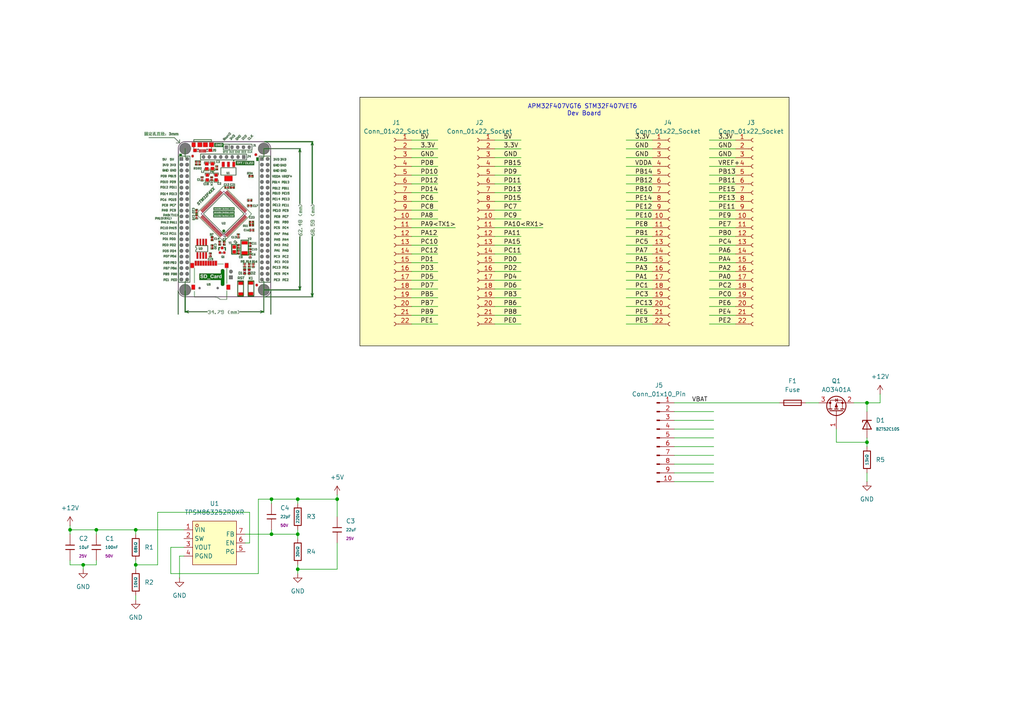
<source format=kicad_sch>
(kicad_sch (version 20250114) (generator "eeschema") (generator_version "9.0")
  (paper "A4")
  (lib_symbols
    (symbol "Connector:Conn_01x10_Pin" (pin_names (offset 1.016) (hide yes))
      (property "Reference" "J" (at 0 12.7 0))
      (property "Value" "Conn_01x10_Pin" (at 0 -15.24 0))
      (symbol "Conn_01x10_Pin_1_1"
        (rectangle (start 0.8636 10.287) (end 0 10.033) (stroke (width 0.1524)) (fill (type outline)))
        (rectangle (start 0.8636 7.747) (end 0 7.493) (stroke (width 0.1524)) (fill (type outline)))
        (rectangle (start 0.8636 5.207) (end 0 4.953) (stroke (width 0.1524)) (fill (type outline)))
        (rectangle (start 0.8636 2.667) (end 0 2.413) (stroke (width 0.1524)) (fill (type outline)))
        (rectangle (start 0.8636 0.127) (end 0 -0.127) (stroke (width 0.1524)) (fill (type outline)))
        (rectangle (start 0.8636 -2.413) (end 0 -2.667) (stroke (width 0.1524)) (fill (type outline)))
        (rectangle (start 0.8636 -4.953) (end 0 -5.207) (stroke (width 0.1524)) (fill (type outline)))
        (rectangle (start 0.8636 -7.493) (end 0 -7.747) (stroke (width 0.1524)) (fill (type outline)))
        (rectangle (start 0.8636 -10.033) (end 0 -10.287) (stroke (width 0.1524)) (fill (type outline)))
        (rectangle (start 0.8636 -12.573) (end 0 -12.827) (stroke (width 0.1524)) (fill (type outline)))
        (polyline (pts (xy 1.27 10.16) (xy 0.8636 10.16)) (stroke (width 0.1524)))
        (polyline (pts (xy 1.27 7.62) (xy 0.8636 7.62)) (stroke (width 0.1524)))
        (polyline (pts (xy 1.27 5.08) (xy 0.8636 5.08)) (stroke (width 0.1524)))
        (polyline (pts (xy 1.27 2.54) (xy 0.8636 2.54)) (stroke (width 0.1524)))
        (polyline (pts (xy 1.27 0) (xy 0.8636 0)) (stroke (width 0.1524)))
        (polyline (pts (xy 1.27 -2.54) (xy 0.8636 -2.54)) (stroke (width 0.1524)))
        (polyline (pts (xy 1.27 -5.08) (xy 0.8636 -5.08)) (stroke (width 0.1524)))
        (polyline (pts (xy 1.27 -7.62) (xy 0.8636 -7.62)) (stroke (width 0.1524)))
        (polyline (pts (xy 1.27 -10.16) (xy 0.8636 -10.16)) (stroke (width 0.1524)))
        (polyline (pts (xy 1.27 -12.7) (xy 0.8636 -12.7)) (stroke (width 0.1524)))
        (pin passive line (at 5.08 10.16 180) (length 3.81) (name "Pin_1") (number "1"))
        (pin passive line (at 5.08 7.62 180) (length 3.81) (name "Pin_2") (number "2"))
        (pin passive line (at 5.08 5.08 180) (length 3.81) (name "Pin_3") (number "3"))
        (pin passive line (at 5.08 2.54 180) (length 3.81) (name "Pin_4") (number "4"))
        (pin passive line (at 5.08 0 180) (length 3.81) (name "Pin_5") (number "5"))
        (pin passive line (at 5.08 -2.54 180) (length 3.81) (name "Pin_6") (number "6"))
        (pin passive line (at 5.08 -5.08 180) (length 3.81) (name "Pin_7") (number "7"))
        (pin passive line (at 5.08 -7.62 180) (length 3.81) (name "Pin_8") (number "8"))
        (pin passive line (at 5.08 -10.16 180) (length 3.81) (name "Pin_9") (number "9"))
        (pin passive line (at 5.08 -12.7 180) (length 3.81) (name "Pin_10") (number "10"))
      )
    )
    (symbol "Connector:Conn_01x22_Socket" (pin_names (offset 1.016) (hide yes))
      (property "Reference" "J" (at 0 27.94 0))
      (property "Value" "Conn_01x22_Socket" (at 0 -30.48 0))
      (symbol "Conn_01x22_Socket_1_1"
        (polyline (pts (xy -1.27 25.4) (xy -0.508 25.4)) (stroke (width 0.1524)))
        (polyline (pts (xy -1.27 22.86) (xy -0.508 22.86)) (stroke (width 0.1524)))
        (polyline (pts (xy -1.27 20.32) (xy -0.508 20.32)) (stroke (width 0.1524)))
        (polyline (pts (xy -1.27 17.78) (xy -0.508 17.78)) (stroke (width 0.1524)))
        (polyline (pts (xy -1.27 15.24) (xy -0.508 15.24)) (stroke (width 0.1524)))
        (polyline (pts (xy -1.27 12.7) (xy -0.508 12.7)) (stroke (width 0.1524)))
        (polyline (pts (xy -1.27 10.16) (xy -0.508 10.16)) (stroke (width 0.1524)))
        (polyline (pts (xy -1.27 7.62) (xy -0.508 7.62)) (stroke (width 0.1524)))
        (polyline (pts (xy -1.27 5.08) (xy -0.508 5.08)) (stroke (width 0.1524)))
        (polyline (pts (xy -1.27 2.54) (xy -0.508 2.54)) (stroke (width 0.1524)))
        (polyline (pts (xy -1.27 0) (xy -0.508 0)) (stroke (width 0.1524)))
        (polyline (pts (xy -1.27 -2.54) (xy -0.508 -2.54)) (stroke (width 0.1524)))
        (polyline (pts (xy -1.27 -5.08) (xy -0.508 -5.08)) (stroke (width 0.1524)))
        (polyline (pts (xy -1.27 -7.62) (xy -0.508 -7.62)) (stroke (width 0.1524)))
        (polyline (pts (xy -1.27 -10.16) (xy -0.508 -10.16)) (stroke (width 0.1524)))
        (polyline (pts (xy -1.27 -12.7) (xy -0.508 -12.7)) (stroke (width 0.1524)))
        (polyline (pts (xy -1.27 -15.24) (xy -0.508 -15.24)) (stroke (width 0.1524)))
        (polyline (pts (xy -1.27 -17.78) (xy -0.508 -17.78)) (stroke (width 0.1524)))
        (polyline (pts (xy -1.27 -20.32) (xy -0.508 -20.32)) (stroke (width 0.1524)))
        (polyline (pts (xy -1.27 -22.86) (xy -0.508 -22.86)) (stroke (width 0.1524)))
        (polyline (pts (xy -1.27 -25.4) (xy -0.508 -25.4)) (stroke (width 0.1524)))
        (polyline (pts (xy -1.27 -27.94) (xy -0.508 -27.94)) (stroke (width 0.1524)))
        (arc (start 0 24.892) (mid -0.5058 25.4) (end 0 25.908) (stroke (width 0.1524)))
        (arc (start 0 22.352) (mid -0.5058 22.86) (end 0 23.368) (stroke (width 0.1524)))
        (arc (start 0 19.812) (mid -0.5058 20.32) (end 0 20.828) (stroke (width 0.1524)))
        (arc (start 0 17.272) (mid -0.5058 17.78) (end 0 18.288) (stroke (width 0.1524)))
        (arc (start 0 14.732) (mid -0.5058 15.24) (end 0 15.748) (stroke (width 0.1524)))
        (arc (start 0 12.192) (mid -0.5058 12.7) (end 0 13.208) (stroke (width 0.1524)))
        (arc (start 0 9.652) (mid -0.5058 10.16) (end 0 10.668) (stroke (width 0.1524)))
        (arc (start 0 7.112) (mid -0.5058 7.62) (end 0 8.128) (stroke (width 0.1524)))
        (arc (start 0 4.572) (mid -0.5058 5.08) (end 0 5.588) (stroke (width 0.1524)))
        (arc (start 0 2.032) (mid -0.5058 2.54) (end 0 3.048) (stroke (width 0.1524)))
        (arc (start 0 -0.508) (mid -0.5058 0) (end 0 0.508) (stroke (width 0.1524)))
        (arc (start 0 -3.048) (mid -0.5058 -2.54) (end 0 -2.032) (stroke (width 0.1524)))
        (arc (start 0 -5.588) (mid -0.5058 -5.08) (end 0 -4.572) (stroke (width 0.1524)))
        (arc (start 0 -8.128) (mid -0.5058 -7.62) (end 0 -7.112) (stroke (width 0.1524)))
        (arc (start 0 -10.668) (mid -0.5058 -10.16) (end 0 -9.652) (stroke (width 0.1524)))
        (arc (start 0 -13.208) (mid -0.5058 -12.7) (end 0 -12.192) (stroke (width 0.1524)))
        (arc (start 0 -15.748) (mid -0.5058 -15.24) (end 0 -14.732) (stroke (width 0.1524)))
        (arc (start 0 -18.288) (mid -0.5058 -17.78) (end 0 -17.272) (stroke (width 0.1524)))
        (arc (start 0 -20.828) (mid -0.5058 -20.32) (end 0 -19.812) (stroke (width 0.1524)))
        (arc (start 0 -23.368) (mid -0.5058 -22.86) (end 0 -22.352) (stroke (width 0.1524)))
        (arc (start 0 -25.908) (mid -0.5058 -25.4) (end 0 -24.892) (stroke (width 0.1524)))
        (arc (start 0 -28.448) (mid -0.5058 -27.94) (end 0 -27.432) (stroke (width 0.1524)))
        (pin passive line (at -5.08 25.4 0) (length 3.81) (name "Pin_1") (number "1"))
        (pin passive line (at -5.08 22.86 0) (length 3.81) (name "Pin_2") (number "2"))
        (pin passive line (at -5.08 20.32 0) (length 3.81) (name "Pin_3") (number "3"))
        (pin passive line (at -5.08 17.78 0) (length 3.81) (name "Pin_4") (number "4"))
        (pin passive line (at -5.08 15.24 0) (length 3.81) (name "Pin_5") (number "5"))
        (pin passive line (at -5.08 12.7 0) (length 3.81) (name "Pin_6") (number "6"))
        (pin passive line (at -5.08 10.16 0) (length 3.81) (name "Pin_7") (number "7"))
        (pin passive line (at -5.08 7.62 0) (length 3.81) (name "Pin_8") (number "8"))
        (pin passive line (at -5.08 5.08 0) (length 3.81) (name "Pin_9") (number "9"))
        (pin passive line (at -5.08 2.54 0) (length 3.81) (name "Pin_10") (number "10"))
        (pin passive line (at -5.08 0 0) (length 3.81) (name "Pin_11") (number "11"))
        (pin passive line (at -5.08 -2.54 0) (length 3.81) (name "Pin_12") (number "12"))
        (pin passive line (at -5.08 -5.08 0) (length 3.81) (name "Pin_13") (number "13"))
        (pin passive line (at -5.08 -7.62 0) (length 3.81) (name "Pin_14") (number "14"))
        (pin passive line (at -5.08 -10.16 0) (length 3.81) (name "Pin_15") (number "15"))
        (pin passive line (at -5.08 -12.7 0) (length 3.81) (name "Pin_16") (number "16"))
        (pin passive line (at -5.08 -15.24 0) (length 3.81) (name "Pin_17") (number "17"))
        (pin passive line (at -5.08 -17.78 0) (length 3.81) (name "Pin_18") (number "18"))
        (pin passive line (at -5.08 -20.32 0) (length 3.81) (name "Pin_19") (number "19"))
        (pin passive line (at -5.08 -22.86 0) (length 3.81) (name "Pin_20") (number "20"))
        (pin passive line (at -5.08 -25.4 0) (length 3.81) (name "Pin_21") (number "21"))
        (pin passive line (at -5.08 -27.94 0) (length 3.81) (name "Pin_22") (number "22"))
      )
    )
    (symbol "Device:Fuse" (pin_numbers (hide yes)) (pin_names (offset 0))
      (property "Reference" "F" (at 2.032 0 90))
      (property "Value" "Fuse" (at -1.905 0 90))
      (symbol "Fuse_0_1"
        (rectangle (start -0.762 -2.54) (end 0.762 2.54) (stroke (width 0.254)))
        (polyline (pts (xy 0 2.54) (xy 0 -2.54)))
      )
      (symbol "Fuse_1_1"
        (pin passive line (at 0 3.81 270) (length 1.27) (name "~") (number "1"))
        (pin passive line (at 0 -3.81 90) (length 1.27) (name "~") (number "2"))
      )
    )
    (symbol "PCM_JLCPCB-Capacitors:0603,100nF" (pin_numbers (hide yes)) (pin_names (offset 0))
      (property "Reference" "C" (at 2.032 1.668 0))
      (property "Value" "100nF" (at 2.032 -0.3782 0))
      (property "Voltage Rated" "50V" (at 2.032 -2.0462 0))
      (symbol "0603,100nF_0_1"
        (polyline (pts (xy -1.27 0.635) (xy 1.27 0.635)) (stroke (width 0.254)))
        (polyline (pts (xy -1.27 -0.635) (xy 1.27 -0.635)) (stroke (width 0.254)))
      )
      (symbol "0603,100nF_1_1"
        (pin passive line (at 0 3.81 270) (length 3.175) (name "~") (number "1"))
        (pin passive line (at 0 -3.81 90) (length 3.175) (name "~") (number "2"))
      )
    )
    (symbol "PCM_JLCPCB-Capacitors:0603,10uF,(2)" (pin_numbers (hide yes)) (pin_names (offset 0))
      (property "Reference" "C" (at 2.032 1.668 0))
      (property "Value" "10uF" (at 2.032 -0.3782 0))
      (property "Voltage Rated" "25V" (at 2.032 -2.0462 0))
      (symbol "0603,10uF,(2)_0_1"
        (polyline (pts (xy -1.27 0.635) (xy 1.27 0.635)) (stroke (width 0.254)))
        (polyline (pts (xy -1.27 -0.635) (xy 1.27 -0.635)) (stroke (width 0.254)))
      )
      (symbol "0603,10uF,(2)_1_1"
        (pin passive line (at 0 3.81 270) (length 3.175) (name "~") (number "1"))
        (pin passive line (at 0 -3.81 90) (length 3.175) (name "~") (number "2"))
      )
    )
    (symbol "PCM_JLCPCB-Capacitors:0603,22pF" (pin_numbers (hide yes)) (pin_names (offset 0))
      (property "Reference" "C" (at 2.032 1.668 0))
      (property "Value" "22pF" (at 2.032 -0.3782 0))
      (property "Voltage Rated" "50V" (at 2.032 -2.0462 0))
      (symbol "0603,22pF_0_1"
        (polyline (pts (xy -1.27 0.635) (xy 1.27 0.635)) (stroke (width 0.254)))
        (polyline (pts (xy -1.27 -0.635) (xy 1.27 -0.635)) (stroke (width 0.254)))
      )
      (symbol "0603,22pF_1_1"
        (pin passive line (at 0 3.81 270) (length 3.175) (name "~") (number "1"))
        (pin passive line (at 0 -3.81 90) (length 3.175) (name "~") (number "2"))
      )
    )
    (symbol "PCM_JLCPCB-Capacitors:0805,22uF" (pin_numbers (hide yes)) (pin_names (offset 0))
      (property "Reference" "C" (at 2.032 1.668 0))
      (property "Value" "22uF" (at 2.032 -0.3782 0))
      (property "Voltage Rated" "25V" (at 2.032 -2.0462 0))
      (symbol "0805,22uF_0_1"
        (polyline (pts (xy -1.27 0.635) (xy 1.27 0.635)) (stroke (width 0.254)))
        (polyline (pts (xy -1.27 -0.635) (xy 1.27 -0.635)) (stroke (width 0.254)))
      )
      (symbol "0805,22uF_1_1"
        (pin passive line (at 0 3.81 270) (length 3.175) (name "~") (number "1"))
        (pin passive line (at 0 -3.81 90) (length 3.175) (name "~") (number "2"))
      )
    )
    (symbol "PCM_JLCPCB-Diodes:Zener,BZT52C10S" (pin_numbers (hide yes)) (pin_names (offset 0))
      (property "Reference" "D" (at 2.032 0.834 0))
      (property "Value" "BZT52C10S" (at 2.032 -1.2122 0))
      (symbol "Zener,BZT52C10S_0_1"
        (polyline (pts (xy -1.27 1.27) (xy 0 -1.27) (xy 1.27 1.27) (xy -1.27 1.27)) (stroke (width 0.254)))
        (polyline (pts (xy -1.27 -1.27) (xy 1.27 -1.27) (xy 1.27 -0.762)) (stroke (width 0.254)))
      )
      (symbol "Zener,BZT52C10S_1_1"
        (pin passive line (at 0 3.81 270) (length 3.81) (name "~") (number "2"))
        (pin passive line (at 0 -3.81 90) (length 3.81) (name "~") (number "1"))
      )
    )
    (symbol "PCM_JLCPCB-Resistors:0603,10kΩ" (pin_numbers (hide yes)) (pin_names (offset 0))
      (property "Reference" "R" (at 1.778 0 0))
      (property "Value" "10kΩ" (at 0 0 90))
      (symbol "0603,10kΩ_0_1"
        (rectangle (start -1.016 2.54) (end 1.016 -2.54) (stroke (width 0.254)))
      )
      (symbol "0603,10kΩ_1_1"
        (pin passive line (at 0 3.81 270) (length 1.27) (name "~") (number "1"))
        (pin passive line (at 0 -3.81 90) (length 1.27) (name "~") (number "2"))
      )
    )
    (symbol "PCM_JLCPCB-Resistors:0603,13kΩ" (pin_numbers (hide yes)) (pin_names (offset 0))
      (property "Reference" "R" (at 1.778 0 0))
      (property "Value" "13kΩ" (at 0 0 90))
      (symbol "0603,13kΩ_0_1"
        (rectangle (start -1.016 2.54) (end 1.016 -2.54) (stroke (width 0.254)))
      )
      (symbol "0603,13kΩ_1_1"
        (pin passive line (at 0 3.81 270) (length 1.27) (name "~") (number "1"))
        (pin passive line (at 0 -3.81 90) (length 1.27) (name "~") (number "2"))
      )
    )
    (symbol "PCM_JLCPCB-Resistors:0603,220kΩ" (pin_numbers (hide yes)) (pin_names (offset 0))
      (property "Reference" "R" (at 1.778 0 0))
      (property "Value" "220kΩ" (at 0 0 90))
      (symbol "0603,220kΩ_0_1"
        (rectangle (start -1.016 2.54) (end 1.016 -2.54) (stroke (width 0.254)))
      )
      (symbol "0603,220kΩ_1_1"
        (pin passive line (at 0 3.81 270) (length 1.27) (name "~") (number "1"))
        (pin passive line (at 0 -3.81 90) (length 1.27) (name "~") (number "2"))
      )
    )
    (symbol "PCM_JLCPCB-Resistors:0603,30kΩ" (pin_numbers (hide yes)) (pin_names (offset 0))
      (property "Reference" "R" (at 1.778 0 0))
      (property "Value" "30kΩ" (at 0 0 90))
      (symbol "0603,30kΩ_0_1"
        (rectangle (start -1.016 2.54) (end 1.016 -2.54) (stroke (width 0.254)))
      )
      (symbol "0603,30kΩ_1_1"
        (pin passive line (at 0 3.81 270) (length 1.27) (name "~") (number "1"))
        (pin passive line (at 0 -3.81 90) (length 1.27) (name "~") (number "2"))
      )
    )
    (symbol "PCM_JLCPCB-Resistors:0603,68kΩ" (pin_numbers (hide yes)) (pin_names (offset 0))
      (property "Reference" "R" (at 1.778 0 0))
      (property "Value" "68kΩ" (at 0 0 90))
      (symbol "0603,68kΩ_0_1"
        (rectangle (start -1.016 2.54) (end 1.016 -2.54) (stroke (width 0.254)))
      )
      (symbol "0603,68kΩ_1_1"
        (pin passive line (at 0 3.81 270) (length 1.27) (name "~") (number "1"))
        (pin passive line (at 0 -3.81 90) (length 1.27) (name "~") (number "2"))
      )
    )
    (symbol "Transistor_FET:AO3401A" (pin_names (hide yes))
      (property "Reference" "Q" (at 5.08 1.905 0))
      (property "Value" "AO3401A" (at 5.08 0 0))
      (symbol "AO3401A_0_1"
        (polyline (pts (xy 0.254 1.905) (xy 0.254 -1.905)) (stroke (width 0.254)))
        (polyline (pts (xy 0.254 0) (xy -2.54 0)))
        (polyline (pts (xy 0.762 2.286) (xy 0.762 1.27)) (stroke (width 0.254)))
        (polyline (pts (xy 0.762 1.778) (xy 3.302 1.778) (xy 3.302 -1.778) (xy 0.762 -1.778)))
        (polyline (pts (xy 0.762 0.508) (xy 0.762 -0.508)) (stroke (width 0.254)))
        (polyline (pts (xy 0.762 -1.27) (xy 0.762 -2.286)) (stroke (width 0.254)))
        (circle (center 1.651 0) (radius 2.794) (stroke (width 0.254)))
        (polyline (pts (xy 2.286 0) (xy 1.27 0.381) (xy 1.27 -0.381) (xy 2.286 0)) (fill (type outline)))
        (polyline (pts (xy 2.54 2.54) (xy 2.54 1.778)))
        (circle (center 2.54 1.778) (radius 0.254) (fill (type outline)))
        (circle (center 2.54 -1.778) (radius 0.254) (fill (type outline)))
        (polyline (pts (xy 2.54 -2.54) (xy 2.54 0) (xy 0.762 0)))
        (polyline (pts (xy 2.794 -0.508) (xy 2.921 -0.381) (xy 3.683 -0.381) (xy 3.81 -0.254)))
        (polyline (pts (xy 3.302 -0.381) (xy 2.921 0.254) (xy 3.683 0.254) (xy 3.302 -0.381)))
      )
      (symbol "AO3401A_1_1"
        (pin input line (at -5.08 0 0) (length 2.54) (name "G") (number "1"))
        (pin passive line (at 2.54 5.08 270) (length 2.54) (name "D") (number "3"))
        (pin passive line (at 2.54 -5.08 90) (length 2.54) (name "S") (number "2"))
      )
    )
    (symbol "easyeda2kicad:TPSM863252RDXR"
      (property "Reference" "U" (at 0 8.89 0))
      (property "Value" "TPSM863252RDXR" (at 0 -8.89 0))
      (symbol "TPSM863252RDXR_0_1"
        (rectangle (start -6.35 6.35) (end 6.35 -6.35) (fill (type background)))
        (circle (center -5.08 5.08) (radius 0.38))
        (pin unspecified line (at -8.89 3.81 0) (length 2.54) (name "VIN") (number "1"))
        (pin unspecified line (at -8.89 1.27 0) (length 2.54) (name "SW") (number "2"))
        (pin unspecified line (at -8.89 -1.27 0) (length 2.54) (name "VOUT") (number "3"))
        (pin unspecified line (at -8.89 -3.81 0) (length 2.54) (name "PGND") (number "4"))
        (pin unspecified line (at 8.89 2.54 180) (length 2.54) (name "FB") (number "7"))
        (pin unspecified line (at 8.89 0 180) (length 2.54) (name "EN") (number "6"))
        (pin unspecified line (at 8.89 -2.54 180) (length 2.54) (name "PG") (number "5"))
      )
    )
    (symbol "power:+12V" (power) (pin_numbers (hide yes)) (pin_names (offset 0) (hide yes))
      (property "Value" "+12V" (at 0 3.556 0))
      (symbol "+12V_0_1"
        (polyline (pts (xy -0.762 1.27) (xy 0 2.54)))
        (polyline (pts (xy 0 2.54) (xy 0.762 1.27)))
        (polyline (pts (xy 0 0) (xy 0 2.54)))
      )
      (symbol "+12V_1_1"
        (pin power_in line (at 0 0 90) (length 0) (name "~") (number "1"))
      )
    )
    (symbol "power:+5V" (power) (pin_numbers (hide yes)) (pin_names (offset 0) (hide yes))
      (property "Value" "+5V" (at 0 3.556 0))
      (symbol "+5V_0_1"
        (polyline (pts (xy -0.762 1.27) (xy 0 2.54)))
        (polyline (pts (xy 0 2.54) (xy 0.762 1.27)))
        (polyline (pts (xy 0 0) (xy 0 2.54)))
      )
      (symbol "+5V_1_1"
        (pin power_in line (at 0 0 90) (length 0) (name "~") (number "1"))
      )
    )
    (symbol "power:GND" (power) (pin_numbers (hide yes)) (pin_names (offset 0) (hide yes))
      (property "Value" "GND" (at 0 -3.81 0))
      (symbol "GND_0_1"
        (polyline (pts (xy 0 0) (xy 0 -1.27) (xy 1.27 -1.27) (xy 0 -2.54) (xy -1.27 -1.27) (xy 0 -1.27)))
      )
      (symbol "GND_1_1"
        (pin power_in line (at 0 0 270) (length 0) (name "~") (number "1"))
      )
    )
  )
  (rectangle (start 104.394 28.194) (end 228.854 100.33) (stroke (width 0) (color 0 0 0 1)) (fill (type color) (color 255 255 194 1)))
  (text "APM32F407VGT6 STM32F407VET6 \nDev Board" (at 169.418 32.004 0) (effects (font (size 1.27 1.27))))
  (junction (at 86.36 154.94))
  (junction (at 39.37 153.67))
  (junction (at 97.79 144.78))
  (junction (at 86.36 165.1))
  (junction (at 251.46 116.84))
  (junction (at 20.32 153.67))
  (junction (at 39.37 163.83))
  (junction (at 86.36 144.78))
  (junction (at 78.74 144.78))
  (junction (at 27.94 153.67))
  (junction (at 251.46 128.27))
  (junction (at 78.74 154.94))
  (junction (at 24.13 163.83))
  (wire (pts (xy 205.74 73.66) (xy 213.36 73.66)))
  (wire (pts (xy 143.51 91.44) (xy 151.13 91.44)))
  (wire (pts (xy 119.38 58.42) (xy 127 58.42)))
  (wire (pts (xy 119.38 88.9) (xy 127 88.9)))
  (wire (pts (xy 74.93 144.78) (xy 74.93 166.37)))
  (wire (pts (xy 181.61 53.34) (xy 189.23 53.34)))
  (wire (pts (xy 205.74 86.36) (xy 213.36 86.36)))
  (wire (pts (xy 251.46 116.84) (xy 255.27 116.84)))
  (wire (pts (xy 251.46 137.16) (xy 251.46 139.7)))
  (wire (pts (xy 233.68 116.84) (xy 237.49 116.84)))
  (wire (pts (xy 119.38 71.12) (xy 127 71.12)))
  (wire (pts (xy 71.12 157.48) (xy 72.39 157.48)))
  (wire (pts (xy 39.37 163.83) (xy 39.37 165.1)))
  (wire (pts (xy 205.74 88.9) (xy 213.36 88.9)))
  (wire (pts (xy 78.74 144.78) (xy 74.93 144.78)))
  (wire (pts (xy 205.74 66.04) (xy 213.36 66.04)))
  (wire (pts (xy 181.61 63.5) (xy 189.23 63.5)))
  (wire (pts (xy 181.61 50.8) (xy 189.23 50.8)))
  (wire (pts (xy 119.38 63.5) (xy 127 63.5)))
  (wire (pts (xy 119.38 81.28) (xy 127 81.28)))
  (wire (pts (xy 181.61 45.72) (xy 189.23 45.72)))
  (wire (pts (xy 143.51 63.5) (xy 151.13 63.5)))
  (wire (pts (xy 86.36 165.1) (xy 97.79 165.1)))
  (wire (pts (xy 181.61 71.12) (xy 189.23 71.12)))
  (wire (pts (xy 143.51 50.8) (xy 151.13 50.8)))
  (wire (pts (xy 20.32 152.4) (xy 20.32 153.67)))
  (wire (pts (xy 45.72 148.59) (xy 45.72 163.83)))
  (wire (pts (xy 181.61 76.2) (xy 189.23 76.2)))
  (wire (pts (xy 49.53 166.37) (xy 74.93 166.37)))
  (wire (pts (xy 119.38 76.2) (xy 127 76.2)))
  (wire (pts (xy 27.94 163.83) (xy 27.94 162.56)))
  (wire (pts (xy 78.74 154.94) (xy 86.36 154.94)))
  (wire (pts (xy 97.79 165.1) (xy 97.79 157.48)))
  (wire (pts (xy 143.51 93.98) (xy 151.13 93.98)))
  (wire (pts (xy 143.51 58.42) (xy 151.13 58.42)))
  (wire (pts (xy 205.74 40.64) (xy 213.36 40.64)))
  (wire (pts (xy 181.61 93.98) (xy 189.23 93.98)))
  (wire (pts (xy 205.74 78.74) (xy 213.36 78.74)))
  (wire (pts (xy 119.38 53.34) (xy 127 53.34)))
  (wire (pts (xy 27.94 153.67) (xy 27.94 154.94)))
  (wire (pts (xy 78.74 153.67) (xy 78.74 154.94)))
  (wire (pts (xy 195.58 134.62) (xy 207.01 134.62)))
  (wire (pts (xy 143.51 55.88) (xy 151.13 55.88)))
  (wire (pts (xy 181.61 40.64) (xy 189.23 40.64)))
  (wire (pts (xy 39.37 153.67) (xy 53.34 153.67)))
  (wire (pts (xy 97.79 143.51) (xy 97.79 144.78)))
  (wire (pts (xy 119.38 86.36) (xy 127 86.36)))
  (wire (pts (xy 119.38 45.72) (xy 127 45.72)))
  (wire (pts (xy 251.46 128.27) (xy 242.57 128.27)))
  (wire (pts (xy 86.36 165.1) (xy 86.36 166.37)))
  (wire (pts (xy 78.74 144.78) (xy 86.36 144.78)))
  (wire (pts (xy 119.38 40.64) (xy 127 40.64)))
  (wire (pts (xy 181.61 48.26) (xy 189.23 48.26)))
  (wire (pts (xy 181.61 78.74) (xy 189.23 78.74)))
  (wire (pts (xy 242.57 128.27) (xy 242.57 124.46)))
  (wire (pts (xy 119.38 93.98) (xy 127 93.98)))
  (wire (pts (xy 181.61 68.58) (xy 189.23 68.58)))
  (wire (pts (xy 205.74 76.2) (xy 213.36 76.2)))
  (wire (pts (xy 143.51 83.82) (xy 151.13 83.82)))
  (wire (pts (xy 143.51 48.26) (xy 151.13 48.26)))
  (wire (pts (xy 119.38 68.58) (xy 127 68.58)))
  (wire (pts (xy 205.74 50.8) (xy 213.36 50.8)))
  (wire (pts (xy 20.32 162.56) (xy 20.32 163.83)))
  (wire (pts (xy 195.58 124.46) (xy 207.01 124.46)))
  (wire (pts (xy 205.74 58.42) (xy 213.36 58.42)))
  (wire (pts (xy 86.36 144.78) (xy 86.36 146.05)))
  (wire (pts (xy 195.58 116.84) (xy 226.06 116.84)))
  (wire (pts (xy 205.74 43.18) (xy 213.36 43.18)))
  (wire (pts (xy 143.51 53.34) (xy 151.13 53.34)))
  (wire (pts (xy 143.51 45.72) (xy 151.13 45.72)))
  (wire (pts (xy 119.38 48.26) (xy 127 48.26)))
  (wire (pts (xy 205.74 60.96) (xy 213.36 60.96)))
  (wire (pts (xy 205.74 81.28) (xy 213.36 81.28)))
  (wire (pts (xy 181.61 88.9) (xy 189.23 88.9)))
  (wire (pts (xy 49.53 158.75) (xy 53.34 158.75)))
  (wire (pts (xy 247.65 116.84) (xy 251.46 116.84)))
  (wire (pts (xy 143.51 68.58) (xy 151.13 68.58)))
  (wire (pts (xy 119.38 83.82) (xy 127 83.82)))
  (wire (pts (xy 205.74 71.12) (xy 213.36 71.12)))
  (wire (pts (xy 205.74 53.34) (xy 213.36 53.34)))
  (wire (pts (xy 97.79 144.78) (xy 97.79 149.86)))
  (wire (pts (xy 39.37 172.72) (xy 39.37 173.99)))
  (wire (pts (xy 143.51 40.64) (xy 151.13 40.64)))
  (wire (pts (xy 205.74 55.88) (xy 213.36 55.88)))
  (wire (pts (xy 181.61 66.04) (xy 189.23 66.04)))
  (wire (pts (xy 27.94 153.67) (xy 20.32 153.67)))
  (wire (pts (xy 143.51 86.36) (xy 151.13 86.36)))
  (wire (pts (xy 52.07 161.29) (xy 53.34 161.29)))
  (wire (pts (xy 86.36 144.78) (xy 97.79 144.78)))
  (wire (pts (xy 39.37 153.67) (xy 27.94 153.67)))
  (wire (pts (xy 143.51 43.18) (xy 151.13 43.18)))
  (wire (pts (xy 205.74 91.44) (xy 213.36 91.44)))
  (wire (pts (xy 78.74 146.05) (xy 78.74 144.78)))
  (wire (pts (xy 181.61 86.36) (xy 189.23 86.36)))
  (wire (pts (xy 143.51 71.12) (xy 151.13 71.12)))
  (wire (pts (xy 195.58 129.54) (xy 207.01 129.54)))
  (wire (pts (xy 24.13 163.83) (xy 27.94 163.83)))
  (wire (pts (xy 181.61 91.44) (xy 189.23 91.44)))
  (wire (pts (xy 205.74 83.82) (xy 213.36 83.82)))
  (wire (pts (xy 72.39 148.59) (xy 45.72 148.59)))
  (wire (pts (xy 195.58 119.38) (xy 207.01 119.38)))
  (wire (pts (xy 119.38 60.96) (xy 127 60.96)))
  (wire (pts (xy 143.51 66.04) (xy 157.48 66.04)))
  (wire (pts (xy 181.61 43.18) (xy 189.23 43.18)))
  (wire (pts (xy 39.37 154.94) (xy 39.37 153.67)))
  (wire (pts (xy 251.46 127) (xy 251.46 128.27)))
  (wire (pts (xy 181.61 83.82) (xy 189.23 83.82)))
  (wire (pts (xy 143.51 81.28) (xy 151.13 81.28)))
  (wire (pts (xy 24.13 163.83) (xy 24.13 165.1)))
  (wire (pts (xy 181.61 55.88) (xy 189.23 55.88)))
  (wire (pts (xy 251.46 116.84) (xy 251.46 119.38)))
  (wire (pts (xy 255.27 114.3) (xy 255.27 116.84)))
  (wire (pts (xy 181.61 60.96) (xy 189.23 60.96)))
  (wire (pts (xy 119.38 91.44) (xy 127 91.44)))
  (wire (pts (xy 205.74 68.58) (xy 213.36 68.58)))
  (wire (pts (xy 119.38 43.18) (xy 127 43.18)))
  (wire (pts (xy 143.51 60.96) (xy 151.13 60.96)))
  (wire (pts (xy 119.38 78.74) (xy 127 78.74)))
  (wire (pts (xy 45.72 163.83) (xy 39.37 163.83)))
  (wire (pts (xy 205.74 45.72) (xy 213.36 45.72)))
  (wire (pts (xy 86.36 154.94) (xy 86.36 156.21)))
  (wire (pts (xy 39.37 163.83) (xy 39.37 162.56)))
  (wire (pts (xy 20.32 163.83) (xy 24.13 163.83)))
  (wire (pts (xy 143.51 76.2) (xy 151.13 76.2)))
  (wire (pts (xy 49.53 166.37) (xy 49.53 158.75)))
  (wire (pts (xy 72.39 157.48) (xy 72.39 148.59)))
  (wire (pts (xy 195.58 127) (xy 207.01 127)))
  (wire (pts (xy 86.36 163.83) (xy 86.36 165.1)))
  (wire (pts (xy 195.58 121.92) (xy 207.01 121.92)))
  (wire (pts (xy 86.36 154.94) (xy 86.36 153.67)))
  (wire (pts (xy 143.51 88.9) (xy 151.13 88.9)))
  (wire (pts (xy 251.46 128.27) (xy 251.46 129.54)))
  (wire (pts (xy 143.51 78.74) (xy 151.13 78.74)))
  (wire (pts (xy 181.61 81.28) (xy 189.23 81.28)))
  (wire (pts (xy 52.07 167.64) (xy 52.07 161.29)))
  (wire (pts (xy 71.12 154.94) (xy 78.74 154.94)))
  (wire (pts (xy 181.61 58.42) (xy 189.23 58.42)))
  (wire (pts (xy 205.74 93.98) (xy 213.36 93.98)))
  (wire (pts (xy 119.38 55.88) (xy 127 55.88)))
  (wire (pts (xy 195.58 137.16) (xy 207.01 137.16)))
  (wire (pts (xy 119.38 73.66) (xy 127 73.66)))
  (wire (pts (xy 20.32 153.67) (xy 20.32 154.94)))
  (wire (pts (xy 119.38 66.04) (xy 132.08 66.04)))
  (wire (pts (xy 195.58 139.7) (xy 207.01 139.7)))
  (wire (pts (xy 205.74 48.26) (xy 213.36 48.26)))
  (wire (pts (xy 143.51 73.66) (xy 151.13 73.66)))
  (wire (pts (xy 195.58 132.08) (xy 207.01 132.08)))
  (wire (pts (xy 119.38 50.8) (xy 127 50.8)))
  (wire (pts (xy 205.74 63.5) (xy 213.36 63.5)))
  (wire (pts (xy 181.61 73.66) (xy 189.23 73.66)))
  (image (at 66.802 65.786))
  (label "PD13" (at 146.05 55.88 0))
  (label "VDDA" (at 184.15 48.26 0))
  (label "PA4" (at 208.28 76.2 0))
  (label "3.3V" (at 184.15 40.64 0))
  (label "PC11" (at 146.05 73.66 0))
  (label "GND" (at 208.28 43.18 0))
  (label "PD14" (at 121.92 55.88 0))
  (label "PA12" (at 121.92 68.58 0))
  (label "PA6" (at 208.28 73.66 0))
  (label "PA8" (at 121.92 63.5 0))
  (label "GND" (at 146.05 45.72 0))
  (label "PC10" (at 121.92 71.12 0))
  (label "GND" (at 184.15 43.18 0))
  (label "PB6" (at 146.05 88.9 0))
  (label "PE5" (at 184.15 91.44 0))
  (label "VBAT" (at 200.66 116.84 0))
  (label "PC13" (at 184.15 88.9 0))
  (label "3.3V" (at 146.05 43.18 0))
  (label "PD15" (at 146.05 58.42 0))
  (label "PB11" (at 208.28 53.34 0))
  (label "PC1" (at 184.15 83.82 0))
  (label "PA3" (at 184.15 78.74 0))
  (label "PE15" (at 208.28 55.88 0))
  (label "PE14" (at 184.15 58.42 0))
  (label "PC5" (at 184.15 71.12 0))
  (label "PB1" (at 184.15 68.58 0))
  (label "PC4" (at 208.28 71.12 0))
  (label "PC12" (at 121.92 73.66 0))
  (label "PC8" (at 121.92 60.96 0))
  (label "3.3V" (at 121.92 43.18 0))
  (label "PE10" (at 184.15 63.5 0))
  (label "PA7" (at 184.15 73.66 0))
  (label "PD7" (at 121.92 83.82 0))
  (label "PD2" (at 146.05 78.74 0))
  (label "PA11" (at 146.05 68.58 0))
  (label "PC7" (at 146.05 60.96 0))
  (label "PC6" (at 121.92 58.42 0))
  (label "PA5" (at 184.15 76.2 0))
  (label "PE8" (at 184.15 66.04 0))
  (label "PB13" (at 208.28 50.8 0))
  (label "PE1" (at 121.92 93.98 0))
  (label "PB14" (at 184.15 50.8 0))
  (label "5V" (at 121.92 40.64 0))
  (label "PA0" (at 208.28 81.28 0))
  (label "PB3" (at 146.05 86.36 0))
  (label "VREF+" (at 208.28 48.26 0))
  (label "PE2" (at 208.28 93.98 0))
  (label "GND" (at 121.92 45.72 0))
  (label "PA2" (at 208.28 78.74 0))
  (label "GND" (at 208.28 45.72 0))
  (label "PA1" (at 184.15 81.28 0))
  (label "PB15" (at 146.05 48.26 0))
  (label "PB5" (at 121.92 86.36 0))
  (label "PD12" (at 121.92 53.34 0))
  (label "PD4" (at 146.05 81.28 0))
  (label "PD5" (at 121.92 81.28 0))
  (label "PE9" (at 208.28 63.5 0))
  (label "PD1" (at 121.92 76.2 0))
  (label "PD8" (at 121.92 48.26 0))
  (label "PE7" (at 208.28 66.04 0))
  (label "PE6" (at 208.28 88.9 0))
  (label "PC0" (at 208.28 86.36 0))
  (label "PE11" (at 208.28 60.96 0))
  (label "PB12" (at 184.15 53.34 0))
  (label "PE4" (at 208.28 91.44 0))
  (label "PD11" (at 146.05 53.34 0))
  (label "PA15" (at 146.05 71.12 0))
  (label "PE0" (at 146.05 93.98 0))
  (label "3.3V" (at 208.28 40.64 0))
  (label "PB0" (at 208.28 68.58 0))
  (label "PC3" (at 184.15 86.36 0))
  (label "PA10<RX1>" (at 146.05 66.04 0))
  (label "PA9<TX1>" (at 121.92 66.04 0))
  (label "GND" (at 184.15 45.72 0))
  (label "PE13" (at 208.28 58.42 0))
  (label "PD3" (at 121.92 78.74 0))
  (label "PC9" (at 146.05 63.5 0))
  (label "PD0" (at 146.05 76.2 0))
  (label "PE12" (at 184.15 60.96 0))
  (label "PE3" (at 184.15 93.98 0))
  (label "PB9" (at 121.92 91.44 0))
  (label "PD9" (at 146.05 50.8 0))
  (label "PD10" (at 121.92 50.8 0))
  (label "PB10" (at 184.15 55.88 0))
  (label "PD6" (at 146.05 83.82 0))
  (label "PC2" (at 208.28 83.82 0))
  (label "PB8" (at 146.05 91.44 0))
  (label "PB7" (at 121.92 88.9 0))
  (label "5V" (at 146.05 40.64 0))
  (symbol (lib_id "power:GND") (at 52.07 167.64 0) (unit 1)
    (property "Reference" "#PWR02" (effects (hide yes)))
    (property "Value" "GND" (at 52.07 172.72 0))
    (property "Description" "Power symbol creates a global label with name \"GND\" , ground" (effects (hide yes)))
  )
  (symbol (lib_id "PCM_JLCPCB-Capacitors:0603,100nF") (at 27.94 158.75 0) (unit 1)
    (property "Reference" "C1" (at 30.48 156.2099 0) (effects (justify left)))
    (property "Value" "100nF" (at 30.48 158.75 0) (effects (font (size 0.8 0.8)) (justify left)))
    (property "Footprint" "PCM_JLCPCB:C_0603" (effects (hide yes)))
    (property "Datasheet" "https://www.lcsc.com/datasheet/lcsc_datasheet_2211101700_YAGEO-CC0603KRX7R9BB104_C14663.pdf" (effects (hide yes)))
    (property "Description" "50V 100nF X7R ±10% 0603 Multilayer Ceramic Capacitors MLCC - SMD/SMT ROHS" (effects (hide yes)))
    (property "LCSC" "C14663" (effects (hide yes)))
    (property "Stock" "70324515" (effects (hide yes)))
    (property "Price" "0.006USD" (effects (hide yes)))
    (property "Process" "SMT" (effects (hide yes)))
    (property "Minimum Qty" "20" (effects (hide yes)))
    (property "Attrition Qty" "10" (effects (hide yes)))
    (property "Class" "Basic Component" (effects (hide yes)))
    (property "Category" "Capacitors,Multilayer Ceramic Capacitors MLCC - SMD/SMT" (effects (hide yes)))
    (property "Manufacturer" "YAGEO" (effects (hide yes)))
    (property "Part" "CC0603KRX7R9BB104" (effects (hide yes)))
    (property "Voltage Rated" "50V" (at 30.48 161.29 0) (effects (font (size 0.8 0.8)) (justify left)))
    (property "Tolerance" "±10%" (effects (hide yes)))
    (property "Capacitance" "100nF" (effects (hide yes)))
    (property "Temperature Coefficient" "X7R" (effects (hide yes)))
  )
  (symbol (lib_id "PCM_JLCPCB-Capacitors:0603,22pF") (at 78.74 149.86 0) (unit 1)
    (property "Reference" "C4" (at 81.28 147.3199 0) (effects (justify left)))
    (property "Value" "22pF" (at 81.28 149.86 0) (effects (font (size 0.8 0.8)) (justify left)))
    (property "Footprint" "PCM_JLCPCB:C_0603" (effects (hide yes)))
    (property "Datasheet" "https://www.lcsc.com/datasheet/lcsc_datasheet_2304140030_Samsung-Electro-Mechanics-CL10C220JB8NNNC_C1653.pdf" (effects (hide yes)))
    (property "Description" "50V 22pF C0G ±5% 0603 Multilayer Ceramic Capacitors MLCC - SMD/SMT ROHS" (effects (hide yes)))
    (property "LCSC" "C1653" (effects (hide yes)))
    (property "Stock" "1531147" (effects (hide yes)))
    (property "Price" "0.007USD" (effects (hide yes)))
    (property "Process" "SMT" (effects (hide yes)))
    (property "Minimum Qty" "20" (effects (hide yes)))
    (property "Attrition Qty" "10" (effects (hide yes)))
    (property "Class" "Basic Component" (effects (hide yes)))
    (property "Category" "Capacitors,Multilayer Ceramic Capacitors MLCC - SMD/SMT" (effects (hide yes)))
    (property "Manufacturer" "Samsung Electro-Mechanics" (effects (hide yes)))
    (property "Part" "CL10C220JB8NNNC" (effects (hide yes)))
    (property "Voltage Rated" "50V" (at 81.28 152.4 0) (effects (font (size 0.8 0.8)) (justify left)))
    (property "Tolerance" "±5%" (effects (hide yes)))
    (property "Capacitance" "22pF" (effects (hide yes)))
    (property "Temperature Coefficient" "C0G" (effects (hide yes)))
  )
  (symbol (lib_id "Device:Fuse") (at 229.87 116.84 90) (unit 1)
    (property "Reference" "F1" (at 229.87 110.49 90))
    (property "Value" "Fuse" (at 229.87 113.03 90))
    (property "Description" "Fuse" (effects (hide yes)))
  )
  (symbol (lib_id "PCM_JLCPCB-Capacitors:0603,10uF,(2)") (at 20.32 158.75 0) (unit 1)
    (property "Reference" "C2" (at 22.86 156.2099 0) (effects (justify left)))
    (property "Value" "10uF" (at 22.86 158.75 0) (effects (font (size 0.8 0.8)) (justify left)))
    (property "Footprint" "PCM_JLCPCB:C_0603" (effects (hide yes)))
    (property "Datasheet" "https://www.lcsc.com/datasheet/lcsc_datasheet_2304140030_Samsung-Electro-Mechanics-CL10A106MA8NRNC_C96446.pdf" (effects (hide yes)))
    (property "Description" "25V 10uF X5R ±20% 0603 Multilayer Ceramic Capacitors MLCC - SMD/SMT ROHS" (effects (hide yes)))
    (property "LCSC" "C96446" (effects (hide yes)))
    (property "Stock" "3388297" (effects (hide yes)))
    (property "Price" "0.021USD" (effects (hide yes)))
    (property "Process" "SMT" (effects (hide yes)))
    (property "Minimum Qty" "20" (effects (hide yes)))
    (property "Attrition Qty" "8" (effects (hide yes)))
    (property "Class" "Basic Component" (effects (hide yes)))
    (property "Category" "Capacitors,Multilayer Ceramic Capacitors MLCC - SMD/SMT" (effects (hide yes)))
    (property "Manufacturer" "Samsung Electro-Mechanics" (effects (hide yes)))
    (property "Part" "CL10A106MA8NRNC" (effects (hide yes)))
    (property "Voltage Rated" "25V" (at 22.86 161.29 0) (effects (font (size 0.8 0.8)) (justify left)))
    (property "Tolerance" "±20%" (effects (hide yes)))
    (property "Capacitance" "10uF" (effects (hide yes)))
    (property "Temperature Coefficient" "X5R" (effects (hide yes)))
  )
  (symbol (lib_id "Connector:Conn_01x22_Socket") (at 114.3 66.04 0) (mirror y) (unit 1)
    (property "Reference" "J1" (at 114.935 35.56 0))
    (property "Value" "Conn_01x22_Socket" (at 114.935 38.1 0))
    (property "Description" "Generic connector, single row, 01x22, script generated" (effects (hide yes)))
  )
  (symbol (lib_id "PCM_JLCPCB-Resistors:0603,220kΩ") (at 86.36 149.86 0) (unit 1)
    (property "Reference" "R3" (at 88.9 149.8599 0) (effects (justify left)))
    (property "Value" "220kΩ" (at 86.36 149.86 90) (effects (font (size 0.8 0.8))))
    (property "Footprint" "PCM_JLCPCB:R_0603" (effects (hide yes)))
    (property "Datasheet" "https://www.lcsc.com/datasheet/lcsc_datasheet_2206010130_UNI-ROYAL-Uniroyal-Elec-0603WAF2203T5E_C22961.pdf" (effects (hide yes)))
    (property "Description" "100mW Thick Film Resistors 75V ±100ppm/°C ±1% 220kΩ 0603 Chip Resistor - Surface Mount ROHS" (effects (hide yes)))
    (property "LCSC" "C22961" (effects (hide yes)))
    (property "Stock" "482243" (effects (hide yes)))
    (property "Price" "0.004USD" (effects (hide yes)))
    (property "Process" "SMT" (effects (hide yes)))
    (property "Minimum Qty" "20" (effects (hide yes)))
    (property "Attrition Qty" "10" (effects (hide yes)))
    (property "Class" "Basic Component" (effects (hide yes)))
    (property "Category" "Resistors,Chip Resistor - Surface Mount" (effects (hide yes)))
    (property "Manufacturer" "UNI-ROYAL(Uniroyal Elec)" (effects (hide yes)))
    (property "Part" "0603WAF2203T5E" (effects (hide yes)))
    (property "Resistance" "220kΩ" (effects (hide yes)))
    (property "Power(Watts)" "100mW" (effects (hide yes)))
    (property "Type" "Thick Film Resistors" (effects (hide yes)))
    (property "Overload Voltage (Max)" "75V" (effects (hide yes)))
    (property "Operating Temperature Range" "-55°C~+155°C" (effects (hide yes)))
    (property "Tolerance" "±1%" (effects (hide yes)))
    (property "Temperature Coefficient" "±100ppm/°C" (effects (hide yes)))
  )
  (symbol (lib_id "Connector:Conn_01x22_Socket") (at 138.43 66.04 0) (mirror y) (unit 1)
    (property "Reference" "J2" (at 139.065 35.56 0))
    (property "Value" "Conn_01x22_Socket" (at 139.065 38.1 0))
    (property "Description" "Generic connector, single row, 01x22, script generated" (effects (hide yes)))
  )
  (symbol (lib_id "power:+12V") (at 255.27 114.3 0) (unit 1)
    (property "Reference" "#PWR08" (effects (hide yes)))
    (property "Value" "+12V" (at 255.27 109.22 0))
    (property "Description" "Power symbol creates a global label with name \"+12V\"" (effects (hide yes)))
  )
  (symbol (lib_id "power:GND") (at 251.46 139.7 0) (unit 1)
    (property "Reference" "#PWR07" (effects (hide yes)))
    (property "Value" "GND" (at 251.46 144.78 0))
    (property "Description" "Power symbol creates a global label with name \"GND\" , ground" (effects (hide yes)))
  )
  (symbol (lib_id "PCM_JLCPCB-Resistors:0603,13kΩ") (at 251.46 133.35 0) (unit 1)
    (property "Reference" "R5" (at 254 133.3499 0) (effects (justify left)))
    (property "Value" "13kΩ" (at 251.46 133.35 90) (effects (font (size 0.8 0.8))))
    (property "Footprint" "PCM_JLCPCB:R_0603" (effects (hide yes)))
    (property "Datasheet" "https://www.lcsc.com/datasheet/lcsc_datasheet_2206010130_UNI-ROYAL-Uniroyal-Elec-0603WAF1302T5E_C22797.pdf" (effects (hide yes)))
    (property "Description" "100mW Thick Film Resistors 75V ±100ppm/°C ±1% 13kΩ 0603 Chip Resistor - Surface Mount ROHS" (effects (hide yes)))
    (property "LCSC" "C22797" (effects (hide yes)))
    (property "Stock" "264187" (effects (hide yes)))
    (property "Price" "0.004USD" (effects (hide yes)))
    (property "Process" "SMT" (effects (hide yes)))
    (property "Minimum Qty" "20" (effects (hide yes)))
    (property "Attrition Qty" "10" (effects (hide yes)))
    (property "Class" "Basic Component" (effects (hide yes)))
    (property "Category" "Resistors,Chip Resistor - Surface Mount" (effects (hide yes)))
    (property "Manufacturer" "UNI-ROYAL(Uniroyal Elec)" (effects (hide yes)))
    (property "Part" "0603WAF1302T5E" (effects (hide yes)))
    (property "Resistance" "13kΩ" (effects (hide yes)))
    (property "Power(Watts)" "100mW" (effects (hide yes)))
    (property "Type" "Thick Film Resistors" (effects (hide yes)))
    (property "Overload Voltage (Max)" "75V" (effects (hide yes)))
    (property "Operating Temperature Range" "-55°C~+155°C" (effects (hide yes)))
    (property "Tolerance" "±1%" (effects (hide yes)))
    (property "Temperature Coefficient" "±100ppm/°C" (effects (hide yes)))
  )
  (symbol (lib_id "PCM_JLCPCB-Capacitors:0805,22uF") (at 97.79 153.67 0) (unit 1)
    (property "Reference" "C3" (at 100.33 151.1299 0) (effects (justify left)))
    (property "Value" "22uF" (at 100.33 153.67 0) (effects (font (size 0.8 0.8)) (justify left)))
    (property "Footprint" "PCM_JLCPCB:C_0805" (effects (hide yes)))
    (property "Datasheet" "https://www.lcsc.com/datasheet/lcsc_datasheet_2304140030_Samsung-Electro-Mechanics-CL21A226MAQNNNE_C45783.pdf" (effects (hide yes)))
    (property "Description" "25V 22uF X5R ±20% 0805 Multilayer Ceramic Capacitors MLCC - SMD/SMT ROHS" (effects (hide yes)))
    (property "LCSC" "C45783" (effects (hide yes)))
    (property "Stock" "6479946" (effects (hide yes)))
    (property "Price" "0.027USD" (effects (hide yes)))
    (property "Process" "SMT" (effects (hide yes)))
    (property "Minimum Qty" "20" (effects (hide yes)))
    (property "Attrition Qty" "8" (effects (hide yes)))
    (property "Class" "Basic Component" (effects (hide yes)))
    (property "Category" "Capacitors,Multilayer Ceramic Capacitors MLCC - SMD/SMT" (effects (hide yes)))
    (property "Manufacturer" "Samsung Electro-Mechanics" (effects (hide yes)))
    (property "Part" "CL21A226MAQNNNE" (effects (hide yes)))
    (property "Voltage Rated" "25V" (at 100.33 156.21 0) (effects (font (size 0.8 0.8)) (justify left)))
    (property "Tolerance" "±20%" (effects (hide yes)))
    (property "Capacitance" "22uF" (effects (hide yes)))
    (property "Temperature Coefficient" "X5R" (effects (hide yes)))
  )
  (symbol (lib_id "power:GND") (at 39.37 173.99 0) (unit 1)
    (property "Reference" "#PWR01" (effects (hide yes)))
    (property "Value" "GND" (at 39.37 179.07 0))
    (property "Description" "Power symbol creates a global label with name \"GND\" , ground" (effects (hide yes)))
  )
  (symbol (lib_id "power:GND") (at 86.36 166.37 0) (unit 1)
    (property "Reference" "#PWR05" (effects (hide yes)))
    (property "Value" "GND" (at 86.36 171.45 0))
    (property "Description" "Power symbol creates a global label with name \"GND\" , ground" (effects (hide yes)))
  )
  (symbol (lib_id "power:GND") (at 24.13 165.1 0) (unit 1)
    (property "Reference" "#PWR03" (effects (hide yes)))
    (property "Value" "GND" (at 24.13 170.18 0))
    (property "Description" "Power symbol creates a global label with name \"GND\" , ground" (effects (hide yes)))
  )
  (symbol (lib_id "PCM_JLCPCB-Resistors:0603,30kΩ") (at 86.36 160.02 0) (unit 1)
    (property "Reference" "R4" (at 88.9 160.0199 0) (effects (justify left)))
    (property "Value" "30kΩ" (at 86.36 160.02 90) (effects (font (size 0.8 0.8))))
    (property "Footprint" "PCM_JLCPCB:R_0603" (effects (hide yes)))
    (property "Datasheet" "https://www.lcsc.com/datasheet/lcsc_datasheet_2206010116_UNI-ROYAL-Uniroyal-Elec-0603WAF3002T5E_C22984.pdf" (effects (hide yes)))
    (property "Description" "100mW Thick Film Resistors 75V ±100ppm/°C ±1% 30kΩ 0603 Chip Resistor - Surface Mount ROHS" (effects (hide yes)))
    (property "LCSC" "C22984" (effects (hide yes)))
    (property "Stock" "753239" (effects (hide yes)))
    (property "Price" "0.004USD" (effects (hide yes)))
    (property "Process" "SMT" (effects (hide yes)))
    (property "Minimum Qty" "20" (effects (hide yes)))
    (property "Attrition Qty" "10" (effects (hide yes)))
    (property "Class" "Basic Component" (effects (hide yes)))
    (property "Category" "Resistors,Chip Resistor - Surface Mount" (effects (hide yes)))
    (property "Manufacturer" "UNI-ROYAL(Uniroyal Elec)" (effects (hide yes)))
    (property "Part" "0603WAF3002T5E" (effects (hide yes)))
    (property "Resistance" "30kΩ" (effects (hide yes)))
    (property "Power(Watts)" "100mW" (effects (hide yes)))
    (property "Type" "Thick Film Resistors" (effects (hide yes)))
    (property "Overload Voltage (Max)" "75V" (effects (hide yes)))
    (property "Operating Temperature Range" "-55°C~+155°C" (effects (hide yes)))
    (property "Tolerance" "±1%" (effects (hide yes)))
    (property "Temperature Coefficient" "±100ppm/°C" (effects (hide yes)))
  )
  (symbol (lib_id "PCM_JLCPCB-Resistors:0603,68kΩ") (at 39.37 158.75 0) (unit 1)
    (property "Reference" "R1" (at 41.91 158.7499 0) (effects (justify left)))
    (property "Value" "68kΩ" (at 39.37 158.75 90) (effects (font (size 0.8 0.8))))
    (property "Footprint" "PCM_JLCPCB:R_0603" (effects (hide yes)))
    (property "Datasheet" "https://www.lcsc.com/datasheet/lcsc_datasheet_2206010100_UNI-ROYAL-Uniroyal-Elec-0603WAF6802T5E_C23231.pdf" (effects (hide yes)))
    (property "Description" "100mW Thick Film Resistors 75V ±100ppm/°C ±1% 68kΩ 0603 Chip Resistor - Surface Mount ROHS" (effects (hide yes)))
    (property "LCSC" "C23231" (effects (hide yes)))
    (property "Stock" "702877" (effects (hide yes)))
    (property "Price" "0.004USD" (effects (hide yes)))
    (property "Process" "SMT" (effects (hide yes)))
    (property "Minimum Qty" "20" (effects (hide yes)))
    (property "Attrition Qty" "10" (effects (hide yes)))
    (property "Class" "Basic Component" (effects (hide yes)))
    (property "Category" "Resistors,Chip Resistor - Surface Mount" (effects (hide yes)))
    (property "Manufacturer" "UNI-ROYAL(Uniroyal Elec)" (effects (hide yes)))
    (property "Part" "0603WAF6802T5E" (effects (hide yes)))
    (property "Resistance" "68kΩ" (effects (hide yes)))
    (property "Power(Watts)" "100mW" (effects (hide yes)))
    (property "Type" "Thick Film Resistors" (effects (hide yes)))
    (property "Overload Voltage (Max)" "75V" (effects (hide yes)))
    (property "Operating Temperature Range" "-55°C~+155°C" (effects (hide yes)))
    (property "Tolerance" "±1%" (effects (hide yes)))
    (property "Temperature Coefficient" "±100ppm/°C" (effects (hide yes)))
  )
  (symbol (lib_id "Connector:Conn_01x10_Pin") (at 190.5 127 0) (unit 1)
    (property "Reference" "J5" (at 191.135 111.76 0))
    (property "Value" "Conn_01x10_Pin" (at 191.135 114.3 0))
    (property "Description" "Generic connector, single row, 01x10, script generated" (effects (hide yes)))
  )
  (symbol (lib_id "Transistor_FET:AO3401A") (at 242.57 119.38 90) (unit 1)
    (property "Reference" "Q1" (at 242.57 110.49 90))
    (property "Value" "AO3401A" (at 242.57 113.03 90))
    (property "Footprint" "Package_TO_SOT_SMD:SOT-23" (effects (hide yes)))
    (property "Datasheet" "http://www.aosmd.com/pdfs/datasheet/AO3401A.pdf" (effects (hide yes)))
    (property "Description" "-4.0A Id, -30V Vds, P-Channel MOSFET, SOT-23" (effects (hide yes)))
  )
  (symbol (lib_id "PCM_JLCPCB-Diodes:Zener,BZT52C10S") (at 251.46 123.19 180) (unit 1)
    (property "Reference" "D1" (at 254 121.9199 0) (effects (justify right)))
    (property "Value" "BZT52C10S" (at 254 124.46 0) (effects (font (size 0.8 0.8)) (justify right)))
    (property "Footprint" "PCM_JLCPCB:D_SOD-323" (effects (hide yes)))
    (property "Datasheet" "https://wmsc.lcsc.com/wmsc/upload/file/pdf/v2/lcsc/2403280435_hongjiacheng-BZT52C10S_C19077446.pdf" (effects (hide yes)))
    (property "Description" "Independent Type 200mW 9.4V~10.6V 10V SOD-323 Zener Diodes ROHS" (effects (hide yes)))
    (property "LCSC" "C19077446" (effects (hide yes)))
    (property "Stock" "173849" (effects (hide yes)))
    (property "Price" "0.019USD" (effects (hide yes)))
    (property "Process" "SMT" (effects (hide yes)))
    (property "Minimum Qty" "20" (effects (hide yes)))
    (property "Attrition Qty" "6" (effects (hide yes)))
    (property "Class" "Preferred Component" (effects (hide yes)))
    (property "Category" "Diodes,Zener Diodes" (effects (hide yes)))
    (property "Manufacturer" "hongjiacheng" (effects (hide yes)))
    (property "Part" "BZT52C10S" (effects (hide yes)))
  )
  (symbol (lib_id "power:+5V") (at 97.79 143.51 0) (unit 1)
    (property "Reference" "#PWR06" (effects (hide yes)))
    (property "Value" "+5V" (at 97.79 138.43 0))
    (property "Description" "Power symbol creates a global label with name \"+5V\"" (effects (hide yes)))
  )
  (symbol (lib_id "easyeda2kicad:TPSM863252RDXR") (at 62.23 157.48 0) (unit 1)
    (property "Reference" "U1" (at 62.23 146.05 0))
    (property "Value" "TPSM863252RDXR" (at 62.23 148.59 0))
    (property "Footprint" "easyeda2kicad:QFN-7_L4.0-W3.3_TPSM863257RDXR" (effects (hide yes)))
    (property "LCSC Part" "C19632640" (effects (hide yes)))
  )
  (symbol (lib_id "Connector:Conn_01x22_Socket") (at 218.44 66.04 0) (unit 1)
    (property "Reference" "J3" (at 217.805 35.56 0))
    (property "Value" "Conn_01x22_Socket" (at 217.805 38.1 0))
    (property "Description" "Generic connector, single row, 01x22, script generated" (effects (hide yes)))
  )
  (symbol (lib_id "PCM_JLCPCB-Resistors:0603,10kΩ") (at 39.37 168.91 0) (unit 1)
    (property "Reference" "R2" (at 41.91 168.9099 0) (effects (justify left)))
    (property "Value" "10kΩ" (at 39.37 168.91 90) (effects (font (size 0.8 0.8))))
    (property "Footprint" "PCM_JLCPCB:R_0603" (effects (hide yes)))
    (property "Datasheet" "https://www.lcsc.com/datasheet/lcsc_datasheet_2206010045_UNI-ROYAL-Uniroyal-Elec-0603WAF1002T5E_C25804.pdf" (effects (hide yes)))
    (property "Description" "100mW Thick Film Resistors 75V ±100ppm/°C ±1% 10kΩ 0603 Chip Resistor - Surface Mount ROHS" (effects (hide yes)))
    (property "LCSC" "C25804" (effects (hide yes)))
    (property "Stock" "51181774" (effects (hide yes)))
    (property "Price" "0.004USD" (effects (hide yes)))
    (property "Process" "SMT" (effects (hide yes)))
    (property "Minimum Qty" "20" (effects (hide yes)))
    (property "Attrition Qty" "10" (effects (hide yes)))
    (property "Class" "Basic Component" (effects (hide yes)))
    (property "Category" "Resistors,Chip Resistor - Surface Mount" (effects (hide yes)))
    (property "Manufacturer" "UNI-ROYAL(Uniroyal Elec)" (effects (hide yes)))
    (property "Part" "0603WAF1002T5E" (effects (hide yes)))
    (property "Resistance" "10kΩ" (effects (hide yes)))
    (property "Power(Watts)" "100mW" (effects (hide yes)))
    (property "Type" "Thick Film Resistors" (effects (hide yes)))
    (property "Overload Voltage (Max)" "75V" (effects (hide yes)))
    (property "Operating Temperature Range" "-55°C~+155°C" (effects (hide yes)))
    (property "Tolerance" "±1%" (effects (hide yes)))
    (property "Temperature Coefficient" "±100ppm/°C" (effects (hide yes)))
  )
  (symbol (lib_id "power:+12V") (at 20.32 152.4 0) (unit 1)
    (property "Reference" "#PWR04" (effects (hide yes)))
    (property "Value" "+12V" (at 20.32 147.32 0))
    (property "Description" "Power symbol creates a global label with name \"+12V\"" (effects (hide yes)))
  )
  (symbol (lib_id "Connector:Conn_01x22_Socket") (at 194.31 66.04 0) (unit 1)
    (property "Reference" "J4" (at 193.675 35.56 0))
    (property "Value" "Conn_01x22_Socket" (at 193.675 38.1 0))
    (property "Description" "Generic connector, single row, 01x22, script generated" (effects (hide yes)))
  )
)
</source>
